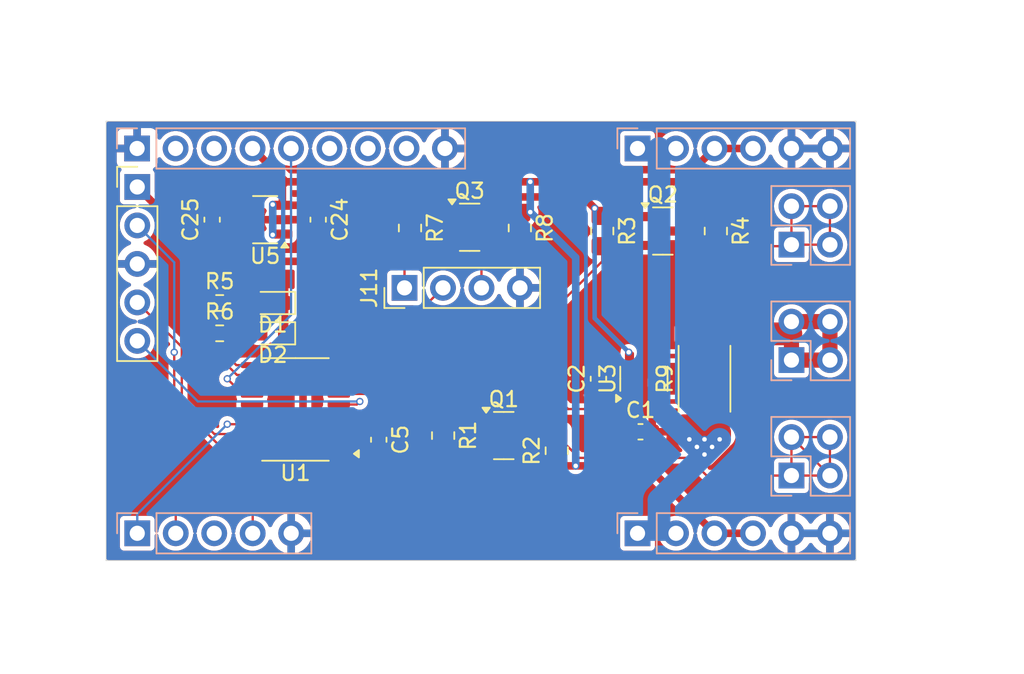
<source format=kicad_pcb>
(kicad_pcb (version 20240108) (generator "pcbnew") (generator_version "8.0")
  (title_block (title "xESC YardForce Rev.4 Adapter") (date "2024-06-02") (rev "1.0") (company "Clemens Elflein, openmower.de") (comment 1 "Creative Commons Attribution-NonCommercial-ShareAlike 4.0 International License.") (comment 2 "Licensed under"))
  (layers (0 "F.Cu" signal) (31 "B.Cu" signal) (34 "B.Paste" user) (35 "F.Paste" user) (36 "B.SilkS" user "B.Silkscreen") (37 "F.SilkS" user "F.Silkscreen") (38 "B.Mask" user) (39 "F.Mask" user) (44 "Edge.Cuts" user))
  (property "git_version" "WIP")
  (net 0 "")
  (net 1 "Net-(D2-A)")
  (net 2 "GND")
  (net 8 "/NRST")
  (net 9 "/SHUTDOWN")
  (net 10 "/UART_RX")
  (net 12 "+3V3")
  (net 13 "+5V")
  (net 19 "/SWDIO")
  (net 20 "/SWCLK")
  (net 21 "/UART_TX")
  (net 22 "/SA")
  (net 23 "/BRK")
  (net 24 "Net-(D1-A)")
  (net 25 "/SA_HV")
  (net 26 "/LED_GN")
  (net 27 "/LED_RD")
  (net 29 "/~{RS}")
  (net 30 "/VMC")
  (net 31 "/PROTO_GPIO")
  (net 32 "/PROTO_SIG_LV")
  (net 33 "/BRK_HV")
  (net 34 "VM")
  (net 35 "/CUR_SENSE")
  (net 36 "/PROTO_SIG_HV")
  (footprint "Connector_PinHeader_2.54mm:PinHeader_1x05_P2.54mm_Vertical" (layer "F.Cu") (at 231.06 108.24)
    (property "Reference" "J3" (hide yes))
    (property "Value" "Conn_01x05_Male")
    (fp_line (start -1.33 -1.33) (end 0 -1.33) (stroke (width 0.12)) (layer "F.SilkS"))
    (fp_line (start -1.33 0) (end -1.33 -1.33) (stroke (width 0.12)) (layer "F.SilkS"))
    (fp_line (start -1.33 1.27) (end -1.33 11.49) (stroke (width 0.12)) (layer "F.SilkS"))
    (fp_line (start -1.33 1.27) (end 1.33 1.27) (stroke (width 0.12)) (layer "F.SilkS"))
    (fp_line (start -1.33 11.49) (end 1.33 11.49) (stroke (width 0.12)) (layer "F.SilkS"))
    (fp_line (start 1.33 1.27) (end 1.33 11.49) (stroke (width 0.12)) (layer "F.SilkS"))
    (pad "1" thru_hole rect (at 0 0) (size 1.7 1.7) (drill 1) (layers "*.Cu" "*.Mask") (net 12 "+3V3"))
    (pad "2" thru_hole oval (at 0 2.54) (size 1.7 1.7) (drill 1) (layers "*.Cu" "*.Mask") (net 20 "/SWCLK"))
    (pad "3" thru_hole oval (at 0 5.08) (size 1.7 1.7) (drill 1) (layers "*.Cu" "*.Mask") (net 2 "GND"))
    (pad "4" thru_hole oval (at 0 7.62) (size 1.7 1.7) (drill 1) (layers "*.Cu" "*.Mask") (net 19 "/SWDIO"))
    (pad "5" thru_hole oval (at 0 10.16) (size 1.7 1.7) (drill 1) (layers "*.Cu" "*.Mask") (net 8 "/NRST"))
  )
  (footprint "Resistor_SMD:R_0805_2012Metric_Pad1.20x1.40mm_HandSolder" (layer "F.Cu") (at 258.75 125.65 90)
    (property "Reference" "R2" (at 0 -1.65 -90) (layer "F.SilkS"))
    (property "Value" "1k")
    (fp_line (start -0.227064 -0.735) (end 0.227064 -0.735) (stroke (width 0.12)) (layer "F.SilkS"))
    (fp_line (start -0.227064 0.735) (end 0.227064 0.735) (stroke (width 0.12)) (layer "F.SilkS"))
    (pad "1" smd roundrect (at -1 0 90) (size 1.2 1.4) (layers "F.Cu" "F.Paste" "F.Mask") (roundrect_rratio 0.208333) (net 13 "+5V"))
    (pad "2" smd roundrect (at 1 0 90) (size 1.2 1.4) (layers "F.Cu" "F.Paste" "F.Mask") (roundrect_rratio 0.208333) (net 25 "/SA_HV"))
  )
  (footprint "Resistor_SMD:R_0603_1608Metric" (layer "F.Cu") (at 236.5 117.9)
    (property "Reference" "R6" (at 0 -1.43 0) (layer "F.SilkS"))
    (property "Value" "1k")
    (fp_line (start -0.237258 -0.5225) (end 0.237258 -0.5225) (stroke (width 0.12)) (layer "F.SilkS"))
    (fp_line (start -0.237258 0.5225) (end 0.237258 0.5225) (stroke (width 0.12)) (layer "F.SilkS"))
    (pad "1" smd roundrect (at -0.825 0) (size 0.8 0.95) (layers "F.Cu" "F.Paste" "F.Mask") (net 27 "/LED_RD"))
    (pad "2" smd roundrect (at 0.825 0) (size 0.8 0.95) (layers "F.Cu" "F.Paste" "F.Mask") (net 1 "Net-(D2-A)"))
  )
  (footprint "Capacitor_SMD:C_0603_1608Metric" (layer "F.Cu") (at 247 124.925 -90)
    (property "Reference" "C5" (at 0 -1.43 90) (layer "F.SilkS"))
    (property "Value" ".1uF")
    (fp_line (start -0.14058 0.51) (end 0.14058 0.51) (stroke (width 0.12)) (layer "F.SilkS"))
    (fp_line (start -0.14058 -0.51) (end 0.14058 -0.51) (stroke (width 0.12)) (layer "F.SilkS"))
    (pad "1" smd roundrect (at -0.775 0 270) (size 0.9 0.95) (layers "F.Cu" "F.Paste" "F.Mask") (net 12 "+3V3"))
    (pad "2" smd roundrect (at 0.775 0 270) (size 0.9 0.95) (layers "F.Cu" "F.Paste" "F.Mask") (net 2 "GND"))
  )
  (footprint "Capacitor_SMD:C_0603_1608Metric" (layer "F.Cu") (at 261.5 120.9 90)
    (property "Reference" "C2" (at 0 -1.43 -90) (layer "F.SilkS"))
    (property "Value" ".1uF")
    (fp_line (start -0.14058 -0.51) (end 0.14058 -0.51) (stroke (width 0.12)) (layer "F.SilkS"))
    (fp_line (start -0.14058 0.51) (end 0.14058 0.51) (stroke (width 0.12)) (layer "F.SilkS"))
    (pad "1" smd roundrect (at -0.775 0 90) (size 0.9 0.95) (layers "F.Cu" "F.Paste" "F.Mask") (net 2 "GND"))
    (pad "2" smd roundrect (at 0.775 0 90) (size 0.9 0.95) (layers "F.Cu" "F.Paste" "F.Mask") (net 12 "+3V3"))
  )
  (footprint "Connector_PinHeader_2.54mm:PinHeader_1x04_P2.54mm_Vertical" (layer "F.Cu") (at 248.7 114.9 90)
    (property "Reference" "J11" (at 0 -2.33 270) (layer "F.SilkS"))
    (property "Value" "Conn_01x04_Pin")
    (fp_line (start -1.33 -1.33) (end 0 -1.33) (stroke (width 0.12)) (layer "F.SilkS"))
    (fp_line (start -1.33 0) (end -1.33 -1.33) (stroke (width 0.12)) (layer "F.SilkS"))
    (fp_line (start 1.33 1.27) (end 1.33 8.95) (stroke (width 0.12)) (layer "F.SilkS"))
    (fp_line (start -1.33 1.27) (end 1.33 1.27) (stroke (width 0.12)) (layer "F.SilkS"))
    (fp_line (start -1.33 1.27) (end -1.33 8.95) (stroke (width 0.12)) (layer "F.SilkS"))
    (fp_line (start -1.33 8.95) (end 1.33 8.95) (stroke (width 0.12)) (layer "F.SilkS"))
    (pad "1" thru_hole rect (at 0 0 90) (size 1.7 1.7) (drill 1) (layers "*.Cu" "*.Mask") (net 32 "/PROTO_SIG_LV"))
    (pad "2" thru_hole oval (at 0 2.54 90) (size 1.7 1.7) (drill 1) (layers "*.Cu" "*.Mask") (net 31 "/PROTO_GPIO"))
    (pad "3" thru_hole oval (at 0 5.08 90) (size 1.7 1.7) (drill 1) (layers "*.Cu" "*.Mask") (net 36 "/PROTO_SIG_HV"))
    (pad "4" thru_hole oval (at 0 7.62 90) (size 1.7 1.7) (drill 1) (layers "*.Cu" "*.Mask") (net 2 "GND"))
  )
  (footprint "Package_TO_SOT_SMD:SOT-23" (layer "F.Cu") (at 253 110.9)
    (property "Reference" "Q3" (at 0 -2.4 0) (layer "F.SilkS"))
    (property "Value" "BSS138")
    (fp_line (start 0 -1.56) (end -0.65 -1.56) (stroke (width 0.12)) (layer "F.SilkS"))
    (fp_line (start 0 -1.56) (end 0.65 -1.56) (stroke (width 0.12)) (layer "F.SilkS"))
    (fp_line (start 0 1.56) (end -0.65 1.56) (stroke (width 0.12)) (layer "F.SilkS"))
    (fp_line (start 0 1.56) (end 0.65 1.56) (stroke (width 0.12)) (layer "F.SilkS"))
    (fp_poly (pts (xy -1.1625 -1.51) (xy -1.4025 -1.84) (xy -0.9225 -1.84) (xy -1.1625 -1.51)) (stroke (width 0.12)) (fill solid) (layer "F.SilkS"))
    (pad "1" smd roundrect (at -0.9375 -0.95) (size 1.475 0.6) (layers "F.Cu" "F.Paste" "F.Mask") (net 12 "+3V3"))
    (pad "2" smd roundrect (at -0.9375 0.95) (size 1.475 0.6) (layers "F.Cu" "F.Paste" "F.Mask") (net 32 "/PROTO_SIG_LV"))
    (pad "3" smd roundrect (at 0.9375 0) (size 1.475 0.6) (layers "F.Cu" "F.Paste" "F.Mask") (net 36 "/PROTO_SIG_HV"))
  )
  (footprint "LED_SMD:LED_0603_1608Metric" (layer "F.Cu") (at 240 117.9 180)
    (property "Reference" "D2" (at 0 -1.43 180) (layer "F.SilkS"))
    (property "Value" "LED RED")
    (fp_line (start 0.8 -0.735) (end -1.485 -0.735) (stroke (width 0.12)) (layer "F.SilkS"))
    (fp_line (start -1.485 0.735) (end 0.8 0.735) (stroke (width 0.12)) (layer "F.SilkS"))
    (fp_line (start -1.485 -0.735) (end -1.485 0.735) (stroke (width 0.12)) (layer "F.SilkS"))
    (pad "1" smd roundrect (at -0.7875 0 180) (size 0.875 0.95) (layers "F.Cu" "F.Paste" "F.Mask") (net 2 "GND"))
    (pad "2" smd roundrect (at 0.7875 0 180) (size 0.875 0.95) (layers "F.Cu" "F.Paste" "F.Mask") (net 1 "Net-(D2-A)"))
  )
  (footprint "Capacitor_SMD:C_0603_1608Metric" (layer "F.Cu") (at 264.275 124.4)
    (property "Reference" "C1" (at 0 -1.43 0) (layer "F.SilkS"))
    (property "Value" ".1uF")
    (fp_line (start -0.14058 -0.51) (end 0.14058 -0.51) (stroke (width 0.12)) (layer "F.SilkS"))
    (fp_line (start -0.14058 0.51) (end 0.14058 0.51) (stroke (width 0.12)) (layer "F.SilkS"))
    (pad "1" smd roundrect (at -0.775 0) (size 0.9 0.95) (layers "F.Cu" "F.Paste" "F.Mask") (net 35 "/CUR_SENSE"))
    (pad "2" smd roundrect (at 0.775 0) (size 0.9 0.95) (layers "F.Cu" "F.Paste" "F.Mask") (net 2 "GND"))
  )
  (footprint "Resistor_SMD:R_0805_2012Metric_Pad1.20x1.40mm_HandSolder" (layer "F.Cu") (at 256.3125 110.95 -90)
    (property "Reference" "R8" (at 0 -1.65 90) (layer "F.SilkS"))
    (property "Value" "1k")
    (fp_line (start -0.227064 0.735) (end 0.227064 0.735) (stroke (width 0.12)) (layer "F.SilkS"))
    (fp_line (start -0.227064 -0.735) (end 0.227064 -0.735) (stroke (width 0.12)) (layer "F.SilkS"))
    (pad "1" smd roundrect (at -1 0 270) (size 1.2 1.4) (layers "F.Cu" "F.Paste" "F.Mask") (roundrect_rratio 0.208333) (net 13 "+5V"))
    (pad "2" smd roundrect (at 1 0 270) (size 1.2 1.4) (layers "F.Cu" "F.Paste" "F.Mask") (roundrect_rratio 0.208333) (net 36 "/PROTO_SIG_HV"))
  )
  (footprint "Resistor_SMD:R_0805_2012Metric_Pad1.20x1.40mm_HandSolder" (layer "F.Cu") (at 269.25 111.15 -90)
    (property "Reference" "R4" (at 0 -1.65 90) (layer "F.SilkS"))
    (property "Value" "1k")
    (fp_line (start -0.227064 0.735) (end 0.227064 0.735) (stroke (width 0.12)) (layer "F.SilkS"))
    (fp_line (start -0.227064 -0.735) (end 0.227064 -0.735) (stroke (width 0.12)) (layer "F.SilkS"))
    (pad "1" smd roundrect (at -1 0 270) (size 1.2 1.4) (layers "F.Cu" "F.Paste" "F.Mask") (roundrect_rratio 0.208333) (net 13 "+5V"))
    (pad "2" smd roundrect (at 1 0 270) (size 1.2 1.4) (layers "F.Cu" "F.Paste" "F.Mask") (roundrect_rratio 0.208333) (net 33 "/BRK_HV"))
  )
  (footprint "Resistor_SMD:R_0805_2012Metric_Pad1.20x1.40mm_HandSolder" (layer "F.Cu") (at 261.75 111.15 -90)
    (property "Reference" "R3" (at 0 -1.65 90) (layer "F.SilkS"))
    (property "Value" "1k")
    (fp_line (start -0.227064 0.735) (end 0.227064 0.735) (stroke (width 0.12)) (layer "F.SilkS"))
    (fp_line (start -0.227064 -0.735) (end 0.227064 -0.735) (stroke (width 0.12)) (layer "F.SilkS"))
    (pad "1" smd roundrect (at -1 0 270) (size 1.2 1.4) (layers "F.Cu" "F.Paste" "F.Mask") (roundrect_rratio 0.208333) (net 12 "+3V3"))
    (pad "2" smd roundrect (at 1 0 270) (size 1.2 1.4) (layers "F.Cu" "F.Paste" "F.Mask") (roundrect_rratio 0.208333) (net 23 "/BRK"))
  )
  (footprint "LED_SMD:LED_0603_1608Metric" (layer "F.Cu") (at 240 115.9 180)
    (property "Reference" "D1" (at 0 -1.43 180) (layer "F.SilkS"))
    (property "Value" "LED GREEN")
    (fp_line (start 0.8 -0.735) (end -1.485 -0.735) (stroke (width 0.12)) (layer "F.SilkS"))
    (fp_line (start -1.485 0.735) (end 0.8 0.735) (stroke (width 0.12)) (layer "F.SilkS"))
    (fp_line (start -1.485 -0.735) (end -1.485 0.735) (stroke (width 0.12)) (layer "F.SilkS"))
    (pad "1" smd roundrect (at -0.7875 0 180) (size 0.875 0.95) (layers "F.Cu" "F.Paste" "F.Mask") (net 2 "GND"))
    (pad "2" smd roundrect (at 0.7875 0 180) (size 0.875 0.95) (layers "F.Cu" "F.Paste" "F.Mask") (net 24 "Net-(D1-A)"))
  )
  (footprint "Resistor_SMD:R_0805_2012Metric_Pad1.20x1.40mm_HandSolder" (layer "F.Cu") (at 249.0625 110.95 -90)
    (property "Reference" "R7" (at 0 -1.65 90) (layer "F.SilkS"))
    (property "Value" "1k")
    (fp_line (start -0.227064 0.735) (end 0.227064 0.735) (stroke (width 0.12)) (layer "F.SilkS"))
    (fp_line (start -0.227064 -0.735) (end 0.227064 -0.735) (stroke (width 0.12)) (layer "F.SilkS"))
    (pad "1" smd roundrect (at -1 0 270) (size 1.2 1.4) (layers "F.Cu" "F.Paste" "F.Mask") (roundrect_rratio 0.208333) (net 12 "+3V3"))
    (pad "2" smd roundrect (at 1 0 270) (size 1.2 1.4) (layers "F.Cu" "F.Paste" "F.Mask") (roundrect_rratio 0.208333) (net 32 "/PROTO_SIG_LV"))
  )
  (footprint "Resistor_SMD:R_0603_1608Metric" (layer "F.Cu") (at 236.5 115.9)
    (property "Reference" "R5" (at 0 -1.43 0) (layer "F.SilkS"))
    (property "Value" "1k")
    (fp_line (start -0.237258 -0.5225) (end 0.237258 -0.5225) (stroke (width 0.12)) (layer "F.SilkS"))
    (fp_line (start -0.237258 0.5225) (end 0.237258 0.5225) (stroke (width 0.12)) (layer "F.SilkS"))
    (pad "1" smd roundrect (at -0.825 0) (size 0.8 0.95) (layers "F.Cu" "F.Paste" "F.Mask") (net 26 "/LED_GN"))
    (pad "2" smd roundrect (at 0.825 0) (size 0.8 0.95) (layers "F.Cu" "F.Paste" "F.Mask") (net 24 "Net-(D1-A)"))
  )
  (footprint "Resistor_SMD:R_0805_2012Metric_Pad1.20x1.40mm_HandSolder" (layer "F.Cu") (at 251.25 124.65 -90)
    (property "Reference" "R1" (at 0 -1.65 90) (layer "F.SilkS"))
    (property "Value" "1k")
    (fp_line (start -0.227064 0.735) (end 0.227064 0.735) (stroke (width 0.12)) (layer "F.SilkS"))
    (fp_line (start -0.227064 -0.735) (end 0.227064 -0.735) (stroke (width 0.12)) (layer "F.SilkS"))
    (pad "1" smd roundrect (at -1 0 270) (size 1.2 1.4) (layers "F.Cu" "F.Paste" "F.Mask") (roundrect_rratio 0.208333) (net 12 "+3V3"))
    (pad "2" smd roundrect (at 1 0 270) (size 1.2 1.4) (layers "F.Cu" "F.Paste" "F.Mask") (roundrect_rratio 0.208333) (net 22 "/SA"))
  )
  (footprint "Package_TO_SOT_SMD:SOT-23" (layer "F.Cu") (at 265.75 111.15)
    (property "Reference" "Q2" (at 0 -2.4 0) (layer "F.SilkS"))
    (property "Value" "BSS138")
    (fp_line (start 0 -1.56) (end -0.65 -1.56) (stroke (width 0.12)) (layer "F.SilkS"))
    (fp_line (start 0 -1.56) (end 0.65 -1.56) (stroke (width 0.12)) (layer "F.SilkS"))
    (fp_line (start 0 1.56) (end -0.65 1.56) (stroke (width 0.12)) (layer "F.SilkS"))
    (fp_line (start 0 1.56) (end 0.65 1.56) (stroke (width 0.12)) (layer "F.SilkS"))
    (fp_poly (pts (xy -1.1625 -1.51) (xy -1.4025 -1.84) (xy -0.9225 -1.84) (xy -1.1625 -1.51)) (stroke (width 0.12)) (fill solid) (layer "F.SilkS"))
    (pad "1" smd roundrect (at -0.9375 -0.95) (size 1.475 0.6) (layers "F.Cu" "F.Paste" "F.Mask") (net 12 "+3V3"))
    (pad "2" smd roundrect (at -0.9375 0.95) (size 1.475 0.6) (layers "F.Cu" "F.Paste" "F.Mask") (net 23 "/BRK"))
    (pad "3" smd roundrect (at 0.9375 0) (size 1.475 0.6) (layers "F.Cu" "F.Paste" "F.Mask") (net 33 "/BRK_HV"))
  )
  (footprint "Capacitor_SMD:C_0603_1608Metric" (layer "F.Cu") (at 243 110.4 -90)
    (property "Reference" "C24" (at 0 -1.43 90) (layer "F.SilkS"))
    (property "Value" "4.7uF/16V")
    (fp_line (start -0.14058 0.51) (end 0.14058 0.51) (stroke (width 0.12)) (layer "F.SilkS"))
    (fp_line (start -0.14058 -0.51) (end 0.14058 -0.51) (stroke (width 0.12)) (layer "F.SilkS"))
    (pad "1" smd roundrect (at -0.775 0 270) (size 0.9 0.95) (layers "F.Cu" "F.Paste" "F.Mask") (net 13 "+5V"))
    (pad "2" smd roundrect (at 0.775 0 270) (size 0.9 0.95) (layers "F.Cu" "F.Paste" "F.Mask") (net 2 "GND"))
  )
  (footprint "Capacitor_SMD:C_0603_1608Metric" (layer "F.Cu") (at 236 110.4 90)
    (property "Reference" "C25" (at 0 -1.43 -90) (layer "F.SilkS"))
    (property "Value" "4.7uF/16V")
    (fp_line (start -0.14058 -0.51) (end 0.14058 -0.51) (stroke (width 0.12)) (layer "F.SilkS"))
    (fp_line (start -0.14058 0.51) (end 0.14058 0.51) (stroke (width 0.12)) (layer "F.SilkS"))
    (pad "1" smd roundrect (at -0.775 0 90) (size 0.9 0.95) (layers "F.Cu" "F.Paste" "F.Mask") (net 12 "+3V3"))
    (pad "2" smd roundrect (at 0.775 0 90) (size 0.9 0.95) (layers "F.Cu" "F.Paste" "F.Mask") (net 2 "GND"))
  )
  (footprint "Package_TO_SOT_SMD:SOT-23" (layer "F.Cu") (at 255.25 124.65)
    (property "Reference" "Q1" (at 0 -2.4 0) (layer "F.SilkS"))
    (property "Value" "BSS138")
    (fp_line (start 0 -1.56) (end -0.65 -1.56) (stroke (width 0.12)) (layer "F.SilkS"))
    (fp_line (start 0 -1.56) (end 0.65 -1.56) (stroke (width 0.12)) (layer "F.SilkS"))
    (fp_line (start 0 1.56) (end -0.65 1.56) (stroke (width 0.12)) (layer "F.SilkS"))
    (fp_line (start 0 1.56) (end 0.65 1.56) (stroke (width 0.12)) (layer "F.SilkS"))
    (fp_poly (pts (xy -1.1625 -1.51) (xy -1.4025 -1.84) (xy -0.9225 -1.84) (xy -1.1625 -1.51)) (stroke (width 0.12)) (fill solid) (layer "F.SilkS"))
    (pad "1" smd roundrect (at -0.9375 -0.95) (size 1.475 0.6) (layers "F.Cu" "F.Paste" "F.Mask") (net 12 "+3V3"))
    (pad "2" smd roundrect (at -0.9375 0.95) (size 1.475 0.6) (layers "F.Cu" "F.Paste" "F.Mask") (net 22 "/SA"))
    (pad "3" smd roundrect (at 0.9375 0) (size 1.475 0.6) (layers "F.Cu" "F.Paste" "F.Mask") (net 25 "/SA_HV"))
  )
  (footprint "Resistor_SMD:R_2512_6332Metric" (layer "F.Cu") (at 268.5 120.9 90)
    (property "Reference" "R9" (at 0 -2.62 -90) (layer "F.SilkS"))
    (property "Value" "3mR")
    (fp_line (start -2.177064 -1.71) (end 2.177064 -1.71) (stroke (width 0.12)) (layer "F.SilkS"))
    (fp_line (start -2.177064 1.71) (end 2.177064 1.71) (stroke (width 0.12)) (layer "F.SilkS"))
    (pad "1" smd roundrect (at -2.9625 0 90) (size 1.225 3.35) (layers "F.Cu" "F.Paste" "F.Mask") (roundrect_rratio 0.204082) (net 34 "VM"))
    (pad "2" smd roundrect (at 2.9625 0 90) (size 1.225 3.35) (layers "F.Cu" "F.Paste" "F.Mask") (roundrect_rratio 0.204082) (net 30 "/VMC"))
  )
  (footprint "Package_SO:TSSOP-20_4.4x6.5mm_P0.65mm" (layer "F.Cu") (at 241.5 122.925 180)
    (property "Reference" "U1" (at 0 -4.2 180) (layer "F.SilkS"))
    (property "Value" "STM32C011F6Px")
    (fp_line (start 0 3.385) (end 2.2 3.385) (stroke (width 0.12)) (layer "F.SilkS"))
    (fp_line (start 0 3.385) (end -2.2 3.385) (stroke (width 0.12)) (layer "F.SilkS"))
    (fp_line (start 0 -3.385) (end 2.2 -3.385) (stroke (width 0.12)) (layer "F.SilkS"))
    (fp_line (start 0 -3.385) (end -2.2 -3.385) (stroke (width 0.12)) (layer "F.SilkS"))
    (fp_poly (pts (xy -3.86 -2.925) (xy -4.19 -3.165) (xy -4.19 -2.685) (xy -3.86 -2.925)) (stroke (width 0.12)) (fill solid) (layer "F.SilkS"))
    (pad "1" smd roundrect (at -2.8625 -2.925 180) (size 1.475 0.4) (layers "F.Cu" "F.Paste" "F.Mask") (net 10 "/UART_RX"))
    (pad "2" smd roundrect (at -2.8625 -2.275 180) (size 1.475 0.4) (layers "F.Cu" "F.Paste" "F.Mask"))
    (pad "3" smd roundrect (at -2.8625 -1.625 180) (size 1.475 0.4) (layers "F.Cu" "F.Paste" "F.Mask") (net 22 "/SA"))
    (pad "4" smd roundrect (at -2.8625 -0.975 180) (size 1.475 0.4) (layers "F.Cu" "F.Paste" "F.Mask") (net 12 "+3V3"))
    (pad "5" smd roundrect (at -2.8625 -0.325 180) (size 1.475 0.4) (layers "F.Cu" "F.Paste" "F.Mask") (net 2 "GND"))
    (pad "6" smd roundrect (at -2.8625 0.325 180) (size 1.475 0.4) (layers "F.Cu" "F.Paste" "F.Mask") (net 8 "/NRST"))
    (pad "7" smd roundrect (at -2.8625 0.975 180) (size 1.475 0.4) (layers "F.Cu" "F.Paste" "F.Mask") (net 35 "/CUR_SENSE"))
    (pad "8" smd roundrect (at -2.8625 1.625 180) (size 1.475 0.4) (layers "F.Cu" "F.Paste" "F.Mask"))
    (pad "9" smd roundrect (at -2.8625 2.275 180) (size 1.475 0.4) (layers "F.Cu" "F.Paste" "F.Mask") (net 23 "/BRK"))
    (pad "10" smd roundrect (at -2.8625 2.925 180) (size 1.475 0.4) (layers "F.Cu" "F.Paste" "F.Mask") (net 31 "/PROTO_GPIO"))
    (pad "11" smd roundrect (at 2.8625 2.925 180) (size 1.475 0.4) (layers "F.Cu" "F.Paste" "F.Mask") (net 26 "/LED_GN"))
    (pad "12" smd roundrect (at 2.8625 2.275 180) (size 1.475 0.4) (layers "F.Cu" "F.Paste" "F.Mask") (net 27 "/LED_RD"))
    (pad "13" smd roundrect (at 2.8625 1.625 180) (size 1.475 0.4) (layers "F.Cu" "F.Paste" "F.Mask") (net 29 "/~{RS}"))
    (pad "14" smd roundrect (at 2.8625 0.975 180) (size 1.475 0.4) (layers "F.Cu" "F.Paste" "F.Mask"))
    (pad "15" smd roundrect (at 2.8625 0.325 180) (size 1.475 0.4) (layers "F.Cu" "F.Paste" "F.Mask"))
    (pad "16" smd roundrect (at 2.8625 -0.325 180) (size 1.475 0.4) (layers "F.Cu" "F.Paste" "F.Mask"))
    (pad "17" smd roundrect (at 2.8625 -0.975 180) (size 1.475 0.4) (layers "F.Cu" "F.Paste" "F.Mask") (net 9 "/SHUTDOWN"))
    (pad "18" smd roundrect (at 2.8625 -1.625 180) (size 1.475 0.4) (layers "F.Cu" "F.Paste" "F.Mask") (net 19 "/SWDIO"))
    (pad "19" smd roundrect (at 2.8625 -2.275 180) (size 1.475 0.4) (layers "F.Cu" "F.Paste" "F.Mask") (net 20 "/SWCLK"))
    (pad "20" smd roundrect (at 2.8625 -2.925 180) (size 1.475 0.4) (layers "F.Cu" "F.Paste" "F.Mask") (net 21 "/UART_TX"))
  )
  (footprint "Package_TO_SOT_SMD:SOT-23-5" (layer "F.Cu") (at 239.5 110.4 180)
    (property "Reference" "U5" (at 0 -2.4 180) (layer "F.SilkS"))
    (property "Value" "XC6220B331MR")
    (fp_line (start 0 1.56) (end 0.8 1.56) (stroke (width 0.12)) (layer "F.SilkS"))
    (fp_line (start 0 1.56) (end -0.8 1.56) (stroke (width 0.12)) (layer "F.SilkS"))
    (fp_line (start 0 -1.56) (end 0.8 -1.56) (stroke (width 0.12)) (layer "F.SilkS"))
    (fp_line (start 0 -1.56) (end -0.8 -1.56) (stroke (width 0.12)) (layer "F.SilkS"))
    (fp_poly (pts (xy -1.3 -1.51) (xy -1.54 -1.84) (xy -1.06 -1.84) (xy -1.3 -1.51)) (stroke (width 0.12)) (fill solid) (layer "F.SilkS"))
    (pad "1" smd roundrect (at -1.1375 -0.95 180) (size 1.325 0.6) (layers "F.Cu" "F.Paste" "F.Mask") (net 13 "+5V"))
    (pad "2" smd roundrect (at -1.1375 0 180) (size 1.325 0.6) (layers "F.Cu" "F.Paste" "F.Mask") (net 2 "GND"))
    (pad "3" smd roundrect (at -1.1375 0.95 180) (size 1.325 0.6) (layers "F.Cu" "F.Paste" "F.Mask") (net 13 "+5V"))
    (pad "4" smd roundrect (at 1.1375 0.95 180) (size 1.325 0.6) (layers "F.Cu" "F.Paste" "F.Mask"))
    (pad "5" smd roundrect (at 1.1375 -0.95 180) (size 1.325 0.6) (layers "F.Cu" "F.Paste" "F.Mask") (net 12 "+3V3"))
  )
  (footprint "Package_TO_SOT_SMD:SOT-23-5" (layer "F.Cu") (at 264.5 120.9 90)
    (property "Reference" "U3" (at 0 -2.4 -90) (layer "F.SilkS"))
    (property "Value" "INA180A4")
    (fp_line (start 0 -1.56) (end 0.8 -1.56) (stroke (width 0.12)) (layer "F.SilkS"))
    (fp_line (start 0 -1.56) (end -0.8 -1.56) (stroke (width 0.12)) (layer "F.SilkS"))
    (fp_line (start 0 1.56) (end 0.8 1.56) (stroke (width 0.12)) (layer "F.SilkS"))
    (fp_line (start 0 1.56) (end -0.8 1.56) (stroke (width 0.12)) (layer "F.SilkS"))
    (fp_poly (pts (xy -1.3 -1.51) (xy -1.54 -1.84) (xy -1.06 -1.84) (xy -1.3 -1.51)) (stroke (width 0.12)) (fill solid) (layer "F.SilkS"))
    (pad "1" smd roundrect (at -1.1375 -0.95 90) (size 1.325 0.6) (layers "F.Cu" "F.Paste" "F.Mask") (net 35 "/CUR_SENSE"))
    (pad "2" smd roundrect (at -1.1375 0 90) (size 1.325 0.6) (layers "F.Cu" "F.Paste" "F.Mask") (net 2 "GND"))
    (pad "3" smd roundrect (at -1.1375 0.95 90) (size 1.325 0.6) (layers "F.Cu" "F.Paste" "F.Mask") (net 34 "VM"))
    (pad "4" smd roundrect (at 1.1375 0.95 90) (size 1.325 0.6) (layers "F.Cu" "F.Paste" "F.Mask") (net 30 "/VMC"))
    (pad "5" smd roundrect (at 1.1375 -0.95 90) (size 1.325 0.6) (layers "F.Cu" "F.Paste" "F.Mask") (net 12 "+3V3"))
  )
  (footprint "Connector_PinHeader_2.54mm:PinHeader_1x05_P2.54mm_Vertical" (layer "B.Cu") (at 231.06 131.1 -90)
    (property "Reference" "J4" (hide yes))
    (property "Value" "Conn_01x05_Male")
    (fp_line (start -1.33 1.33) (end -1.33 0) (stroke (width 0.12)) (layer "B.SilkS"))
    (fp_line (start 0 1.33) (end -1.33 1.33) (stroke (width 0.12)) (layer "B.SilkS"))
    (fp_line (start 1.33 -1.27) (end -1.33 -1.27) (stroke (width 0.12)) (layer "B.SilkS"))
    (fp_line (start -1.33 -11.49) (end -1.33 -1.27) (stroke (width 0.12)) (layer "B.SilkS"))
    (fp_line (start 1.33 -11.49) (end 1.33 -1.27) (stroke (width 0.12)) (layer "B.SilkS"))
    (fp_line (start 1.33 -11.49) (end -1.33 -11.49) (stroke (width 0.12)) (layer "B.SilkS"))
    (pad "1" thru_hole rect (at 0 0 270) (size 1.7 1.7) (drill 1) (layers "*.Cu" "*.Mask") (net 9 "/SHUTDOWN"))
    (pad "2" thru_hole oval (at 0 -2.54 270) (size 1.7 1.7) (drill 1) (layers "*.Cu" "*.Mask") (net 21 "/UART_TX"))
    (pad "3" thru_hole oval (at 0 -5.08 270) (size 1.7 1.7) (drill 1) (layers "*.Cu" "*.Mask"))
    (pad "4" thru_hole oval (at 0 -7.62 270) (size 1.7 1.7) (drill 1) (layers "*.Cu" "*.Mask") (net 10 "/UART_RX"))
    (pad "5" thru_hole oval (at 0 -10.16 270) (size 1.7 1.7) (drill 1) (layers "*.Cu" "*.Mask") (net 2 "GND"))
  )
  (footprint "Connector_PinHeader_2.54mm:PinHeader_1x06_P2.54mm_Vertical" (layer "B.Cu") (at 264.08 105.7 -90)
    (property "Reference" "J7" (hide yes))
    (property "Value" "Conn_01x06_Male")
    (fp_line (start -1.33 1.33) (end -1.33 0) (stroke (width 0.12)) (layer "B.SilkS"))
    (fp_line (start 0 1.33) (end -1.33 1.33) (stroke (width 0.12)) (layer "B.SilkS"))
    (fp_line (start 1.33 -1.27) (end -1.33 -1.27) (stroke (width 0.12)) (layer "B.SilkS"))
    (fp_line (start -1.33 -14.03) (end -1.33 -1.27) (stroke (width 0.12)) (layer "B.SilkS"))
    (fp_line (start 1.33 -14.03) (end 1.33 -1.27) (stroke (width 0.12)) (layer "B.SilkS"))
    (fp_line (start 1.33 -14.03) (end -1.33 -14.03) (stroke (width 0.12)) (layer "B.SilkS"))
    (pad "1" thru_hole rect (at 0 0 270) (size 1.7 1.7) (drill 1) (layers "*.Cu" "*.Mask") (net 34 "VM"))
    (pad "2" thru_hole oval (at 0 -2.54 270) (size 1.7 1.7) (drill 1) (layers "*.Cu" "*.Mask") (net 34 "VM"))
    (pad "3" thru_hole oval (at 0 -5.08 270) (size 1.7 1.7) (drill 1) (layers "*.Cu" "*.Mask") (net 13 "+5V"))
    (pad "4" thru_hole oval (at 0 -7.62 270) (size 1.7 1.7) (drill 1) (layers "*.Cu" "*.Mask") (net 13 "+5V"))
    (pad "5" thru_hole oval (at 0 -10.16 270) (size 1.7 1.7) (drill 1) (layers "*.Cu" "*.Mask") (net 2 "GND"))
    (pad "6" thru_hole oval (at 0 -12.7 270) (size 1.7 1.7) (drill 1) (layers "*.Cu" "*.Mask") (net 2 "GND"))
  )
  (footprint "Connector_PinHeader_2.54mm:PinHeader_1x06_P2.54mm_Vertical" (layer "B.Cu") (at 264.08 131.1 -90)
    (property "Reference" "J8" (hide yes))
    (property "Value" "Conn_01x06_Pin")
    (fp_line (start -1.33 1.33) (end -1.33 0) (stroke (width 0.12)) (layer "B.SilkS"))
    (fp_line (start 0 1.33) (end -1.33 1.33) (stroke (width 0.12)) (layer "B.SilkS"))
    (fp_line (start 1.33 -1.27) (end -1.33 -1.27) (stroke (width 0.12)) (layer "B.SilkS"))
    (fp_line (start -1.33 -14.03) (end -1.33 -1.27) (stroke (width 0.12)) (layer "B.SilkS"))
    (fp_line (start 1.33 -14.03) (end 1.33 -1.27) (stroke (width 0.12)) (layer "B.SilkS"))
    (fp_line (start 1.33 -14.03) (end -1.33 -14.03) (stroke (width 0.12)) (layer "B.SilkS"))
    (pad "1" thru_hole rect (at 0 0 270) (size 1.7 1.7) (drill 1) (layers "*.Cu" "*.Mask") (net 34 "VM"))
    (pad "2" thru_hole oval (at 0 -2.54 270) (size 1.7 1.7) (drill 1) (layers "*.Cu" "*.Mask") (net 34 "VM"))
    (pad "3" thru_hole oval (at 0 -5.08 270) (size 1.7 1.7) (drill 1) (layers "*.Cu" "*.Mask") (net 13 "+5V"))
    (pad "4" thru_hole oval (at 0 -7.62 270) (size 1.7 1.7) (drill 1) (layers "*.Cu" "*.Mask") (net 13 "+5V"))
    (pad "5" thru_hole oval (at 0 -10.16 270) (size 1.7 1.7) (drill 1) (layers "*.Cu" "*.Mask") (net 2 "GND"))
    (pad "6" thru_hole oval (at 0 -12.7 270) (size 1.7 1.7) (drill 1) (layers "*.Cu" "*.Mask") (net 2 "GND"))
  )
  (footprint "Connector_PinHeader_2.54mm:PinHeader_2x02_P2.54mm_Vertical" (layer "B.Cu") (at 274.24 112.05)
    (property "Reference" "J10" (hide yes))
    (property "Value" "OM-MB W => MC BRK")
    (fp_line (start -1.33 -3.87) (end -1.33 -1.27) (stroke (width 0.12)) (layer "B.SilkS"))
    (fp_line (start -1.33 1.33) (end -1.33 0) (stroke (width 0.12)) (layer "B.SilkS"))
    (fp_line (start 0 1.33) (end -1.33 1.33) (stroke (width 0.12)) (layer "B.SilkS"))
    (fp_line (start 1.27 -1.27) (end -1.33 -1.27) (stroke (width 0.12)) (layer "B.SilkS"))
    (fp_line (start 1.27 1.33) (end 1.27 -1.27) (stroke (width 0.12)) (layer "B.SilkS"))
    (fp_line (start 3.87 -3.87) (end -1.33 -3.87) (stroke (width 0.12)) (layer "B.SilkS"))
    (fp_line (start 3.87 -3.87) (end 3.87 1.33) (stroke (width 0.12)) (layer "B.SilkS"))
    (fp_line (start 3.87 1.33) (end 1.27 1.33) (stroke (width 0.12)) (layer "B.SilkS"))
    (pad "1" thru_hole rect (at 0 0) (size 1.7 1.7) (drill 1) (layers "*.Cu" "*.Mask") (net 33 "/BRK_HV"))
    (pad "2" thru_hole oval (at 2.54 0) (size 1.7 1.7) (drill 1) (layers "*.Cu" "*.Mask") (net 33 "/BRK_HV"))
    (pad "3" thru_hole oval (at 0 -2.54) (size 1.7 1.7) (drill 1) (layers "*.Cu" "*.Mask") (net 33 "/BRK_HV"))
    (pad "4" thru_hole oval (at 2.54 -2.54) (size 1.7 1.7) (drill 1) (layers "*.Cu" "*.Mask") (net 33 "/BRK_HV"))
  )
  (footprint "Connector_PinHeader_2.54mm:PinHeader_2x02_P2.54mm_Vertical" (layer "B.Cu") (at 274.24 119.67)
    (property "Reference" "J9" (hide yes))
    (property "Value" "OM-MB V => MC +24V")
    (fp_line (start -1.33 -3.87) (end -1.33 -1.27) (stroke (width 0.12)) (layer "B.SilkS"))
    (fp_line (start -1.33 1.33) (end -1.33 0) (stroke (width 0.12)) (layer "B.SilkS"))
    (fp_line (start 0 1.33) (end -1.33 1.33) (stroke (width 0.12)) (layer "B.SilkS"))
    (fp_line (start 1.27 -1.27) (end -1.33 -1.27) (stroke (width 0.12)) (layer "B.SilkS"))
    (fp_line (start 1.27 1.33) (end 1.27 -1.27) (stroke (width 0.12)) (layer "B.SilkS"))
    (fp_line (start 3.87 -3.87) (end -1.33 -3.87) (stroke (width 0.12)) (layer "B.SilkS"))
    (fp_line (start 3.87 -3.87) (end 3.87 1.33) (stroke (width 0.12)) (layer "B.SilkS"))
    (fp_line (start 3.87 1.33) (end 1.27 1.33) (stroke (width 0.12)) (layer "B.SilkS"))
    (pad "1" thru_hole rect (at 0 0) (size 1.7 1.7) (drill 1) (layers "*.Cu" "*.Mask") (net 30 "/VMC"))
    (pad "2" thru_hole oval (at 2.54 0) (size 1.7 1.7) (drill 1) (layers "*.Cu" "*.Mask") (net 30 "/VMC"))
    (pad "3" thru_hole oval (at 0 -2.54) (size 1.7 1.7) (drill 1) (layers "*.Cu" "*.Mask") (net 30 "/VMC"))
    (pad "4" thru_hole oval (at 2.54 -2.54) (size 1.7 1.7) (drill 1) (layers "*.Cu" "*.Mask") (net 30 "/VMC"))
  )
  (footprint "Connector_PinHeader_2.54mm:PinHeader_2x02_P2.54mm_Vertical" (layer "B.Cu") (at 274.24 127.29)
    (property "Reference" "J6" (hide yes))
    (property "Value" "OM-MB U => MC SA")
    (fp_line (start -1.33 -3.87) (end -1.33 -1.27) (stroke (width 0.12)) (layer "B.SilkS"))
    (fp_line (start -1.33 1.33) (end -1.33 0) (stroke (width 0.12)) (layer "B.SilkS"))
    (fp_line (start 0 1.33) (end -1.33 1.33) (stroke (width 0.12)) (layer "B.SilkS"))
    (fp_line (start 1.27 -1.27) (end -1.33 -1.27) (stroke (width 0.12)) (layer "B.SilkS"))
    (fp_line (start 1.27 1.33) (end 1.27 -1.27) (stroke (width 0.12)) (layer "B.SilkS"))
    (fp_line (start 3.87 -3.87) (end -1.33 -3.87) (stroke (width 0.12)) (layer "B.SilkS"))
    (fp_line (start 3.87 -3.87) (end 3.87 1.33) (stroke (width 0.12)) (layer "B.SilkS"))
    (fp_line (start 3.87 1.33) (end 1.27 1.33) (stroke (width 0.12)) (layer "B.SilkS"))
    (pad "1" thru_hole rect (at 0 0) (size 1.7 1.7) (drill 1) (layers "*.Cu" "*.Mask") (net 25 "/SA_HV"))
    (pad "2" thru_hole oval (at 2.54 0) (size 1.7 1.7) (drill 1) (layers "*.Cu" "*.Mask") (net 25 "/SA_HV"))
    (pad "3" thru_hole oval (at 0 -2.54) (size 1.7 1.7) (drill 1) (layers "*.Cu" "*.Mask") (net 25 "/SA_HV"))
    (pad "4" thru_hole oval (at 2.54 -2.54) (size 1.7 1.7) (drill 1) (layers "*.Cu" "*.Mask") (net 25 "/SA_HV"))
  )
  (footprint "Connector_PinHeader_2.54mm:PinHeader_1x09_P2.54mm_Vertical" (layer "B.Cu") (at 231.05 105.7 -90)
    (property "Reference" "J1" (hide yes))
    (property "Value" "Conn_01x09_Male" (hide yes))
    (fp_line (start -1.33 1.33) (end -1.33 0) (stroke (width 0.12)) (layer "B.SilkS"))
    (fp_line (start 0 1.33) (end -1.33 1.33) (stroke (width 0.12)) (layer "B.SilkS"))
    (fp_line (start 1.33 -1.27) (end -1.33 -1.27) (stroke (width 0.12)) (layer "B.SilkS"))
    (fp_line (start -1.33 -21.65) (end -1.33 -1.27) (stroke (width 0.12)) (layer "B.SilkS"))
    (fp_line (start 1.33 -21.65) (end 1.33 -1.27) (stroke (width 0.12)) (layer "B.SilkS"))
    (fp_line (start 1.33 -21.65) (end -1.33 -21.65) (stroke (width 0.12)) (layer "B.SilkS"))
    (pad "1" thru_hole rect (at 0 0 270) (size 1.7 1.7) (drill 1) (layers "*.Cu" "*.Mask") (net 2 "GND"))
    (pad "2" thru_hole oval (at 0 -2.54 270) (size 1.7 1.7) (drill 1) (layers "*.Cu" "*.Mask"))
    (pad "3" thru_hole oval (at 0 -5.08 270) (size 1.7 1.7) (drill 1) (layers "*.Cu" "*.Mask"))
    (pad "4" thru_hole oval (at 0 -7.62 270) (size 1.7 1.7) (drill 1) (layers "*.Cu" "*.Mask") (net 13 "+5V"))
    (pad "5" thru_hole oval (at 0 -10.16 270) (size 1.7 1.7) (drill 1) (layers "*.Cu" "*.Mask") (net 29 "/~{RS}"))
    (pad "6" thru_hole oval (at 0 -12.7 270) (size 1.7 1.7) (drill 1) (layers "*.Cu" "*.Mask"))
    (pad "7" thru_hole oval (at 0 -15.24 270) (size 1.7 1.7) (drill 1) (layers "*.Cu" "*.Mask"))
    (pad "8" thru_hole oval (at 0 -17.78 270) (size 1.7 1.7) (drill 1) (layers "*.Cu" "*.Mask"))
    (pad "9" thru_hole oval (at 0 -20.32 270) (size 1.7 1.7) (drill 1) (layers "*.Cu" "*.Mask") (net 2 "GND"))
  )
  (gr_line (start 229 103.9) (end 278.5 103.9) (stroke (width 0.05)) (layer "Edge.Cuts"))
  (gr_line (start 278.5 103.9) (end 278.5 132.9) (stroke (width 0.05)) (layer "Edge.Cuts"))
  (gr_line (start 229 132.9) (end 229 103.9) (stroke (width 0.05)) (layer "Edge.Cuts"))
  (gr_line (start 278.5 132.9) (end 229 132.9) (stroke (width 0.05)) (layer "Edge.Cuts"))
  (segment (start 239.2125 117.9) (end 237.325 117.9) (width 0.1525) (layer "F.Cu") (net 1))
  (segment (start 245.75 122.4) (end 245.55 122.6) (width 0.1525) (layer "F.Cu") (net 8))
  (segment (start 245.55 122.6) (end 244.3625 122.6) (width 0.1525) (layer "F.Cu") (net 8))
  (via (at 245.75 122.4) (size 0.48) (drill 0.3) (layers "F.Cu" "B.Cu") (net 8))
  (segment (start 235.06 122.4) (end 231.06 118.4) (width 0.1525) (layer "B.Cu") (net 8))
  (segment (start 245.75 122.4) (end 235.06 122.4) (width 0.1525) (layer "B.Cu") (net 8))
  (segment (start 237 123.9) (end 238.6375 123.9) (width 0.1525) (layer "F.Cu") (net 9))
  (via (at 237 123.9) (size 0.48) (drill 0.3) (layers "F.Cu" "B.Cu") (net 9))
  (segment (start 237 123.9) (end 231.06 129.84) (width 0.1525) (layer "B.Cu") (net 9))
  (segment (start 231.06 129.84) (end 231.06 131.1) (width 0.1525) (layer "B.Cu") (net 9))
  (segment (start 242.55 125.85) (end 244.3625 125.85) (width 0.1525) (layer "F.Cu") (net 10))
  (segment (start 238.68 131.1) (end 238.68 129.72) (width 0.1525) (layer "F.Cu") (net 10))
  (segment (start 238.68 129.72) (end 242.55 125.85) (width 0.1525) (layer "F.Cu") (net 10))
  (segment (start 244.3625 123.9) (end 242.5 123.9) (width 0.5) (layer "F.Cu") (net 12))
  (segment (start 247.5 123.65) (end 247 124.15) (width 0.5) (layer "F.Cu") (net 12))
  (segment (start 244.8 113.15) (end 248 109.95) (width 0.5) (layer "F.Cu") (net 12))
  (segment (start 238.3625 111.35) (end 240.1625 113.15) (width 0.5) (layer "F.Cu") (net 12))
  (segment (start 263.55 119.7625) (end 263.1875 120.125) (width 0.3) (layer "F.Cu") (net 12))
  (segment (start 261.75 110.15) (end 264.7625 110.15) (width 0.5) (layer "F.Cu") (net 12))
  (segment (start 242 123.4) (end 242 113.15) (width 0.5) (layer "F.Cu") (net 12))
  (segment (start 240.1625 113.15) (end 242 113.15) (width 0.5) (layer "F.Cu") (net 12))
  (segment (start 246.75 123.9) (end 247 124.15) (width 0.5) (layer "F.Cu") (net 12))
  (segment (start 260.5 108.9) (end 261.25 109.65) (width 0.5) (layer "F.Cu") (net 12))
  (segment (start 249.0625 109.95) (end 252.0625 109.95) (width 0.5) (layer "F.Cu") (net 12))
  (segment (start 244.3625 123.9) (end 246.75 123.9) (width 0.5) (layer "F.Cu") (net 12))
  (segment (start 252.0625 109.95) (end 253.1125 108.9) (width 0.5) (layer "F.Cu") (net 12))
  (segment (start 251.25 123.65) (end 254.2625 123.65) (width 0.5) (layer "F.Cu") (net 12))
  (segment (start 263.1875 120.125) (end 261.5 120.125) (width 0.3) (layer "F.Cu") (net 12))
  (segment (start 253.1125 108.9) (end 260.5 108.9) (width 0.5) (layer "F.Cu") (net 12))
  (segment (start 242.5 123.9) (end 242 123.4) (width 0.5) (layer "F.Cu") (net 12))
  (segment (start 242 113.15) (end 244.8 113.15) (width 0.5) (layer "F.Cu") (net 12))
  (segment (start 236 111.175) (end 233.995 111.175) (width 0.5) (layer "F.Cu") (net 12))
  (segment (start 251.25 123.65) (end 247.5 123.65) (width 0.5) (layer "F.Cu") (net 12))
  (segment (start 248 109.95) (end 249.0625 109.95) (width 0.5) (layer "F.Cu") (net 12))
  (segment (start 233.995 111.175) (end 231.06 108.24) (width 0.5) (layer "F.Cu") (net 12))
  (segment (start 261.25 109.65) (end 261.75 110.15) (width 0.5) (layer "F.Cu") (net 12))
  (segment (start 236.175 111.35) (end 238.3625 111.35) (width 0.5) (layer "F.Cu") (net 12))
  (via (at 263.5 119.15) (size 0.48) (drill 0.3) (layers "F.Cu" "B.Cu") (net 12))
  (via (at 261.25 109.65) (size 0.48) (drill 0.3) (layers "F.Cu" "B.Cu") (net 12))
  (segment (start 261.25 109.65) (end 261.25 116.9) (width 0.3) (layer "B.Cu") (net 12))
  (segment (start 261.25 116.9) (end 263.5 119.15) (width 0.3) (layer "B.Cu") (net 12))
  (segment (start 240 107.15) (end 240.12 107.15) (width 0.5) (layer "F.Cu") (net 13))
  (segment (start 266.96 107.9) (end 257 107.9) (width 0.5) (layer "F.Cu") (net 13))
  (segment (start 269.16 105.7) (end 271.7 105.7) (width 0.5) (layer "F.Cu") (net 13))
  (segment (start 266.96 107.9) (end 269.21 110.15) (width 0.5) (layer "F.Cu") (net 13))
  (segment (start 264.71 126.65) (end 269.16 131.1) (width 0.5) (layer "F.Cu") (net 13))
  (segment (start 240.6375 109.45) (end 240.6375 108.1325) (width 0.5) (layer "F.Cu") (net 13))
  (segment (start 240.12 107.15) (end 240.87 107.9) (width 0.5) (layer "F.Cu") (net 13))
  (segment (start 269.16 131.1) (end 271.7 131.1) (width 0.5) (layer "F.Cu") (net 13))
  (segment (start 240.6375 109.45) (end 242.825 109.45) (width 0.5) (layer "F.Cu") (net 13))
  (segment (start 240 107.15) (end 240 107.03) (width 0.5) (layer "F.Cu") (net 13))
  (segment (start 257 107.9) (end 240.87 107.9) (width 0.5) (layer "F.Cu") (net 13))
  (segment (start 260 126.65) (end 264.71 126.65) (width 0.5) (layer "F.Cu") (net 13))
  (segment (start 240 107.03) (end 238.67 105.7) (width 0.5) (layer "F.Cu") (net 13))
  (segment (start 266.96 107.9) (end 269.16 105.7) (width 0.5) (layer "F.Cu") (net 13))
  (segment (start 240.6375 108.1325) (end 240.87 107.9) (width 0.5) (layer "F.Cu") (net 13))
  (segment (start 258.75 126.65) (end 260 126.65) (width 0.5) (layer "F.Cu") (net 13))
  (via (at 257 109.9) (size 0.48) (drill 0.3) (layers "F.Cu" "B.Cu") (net 13))
  (via (at 240 111.4) (size 0.48) (drill 0.3) (layers "F.Cu" "B.Cu") (net 13))
  (via (at 240 109.4) (size 0.48) (drill 0.3) (layers "F.Cu" "B.Cu") (net 13))
  (via (at 257 107.9) (size 0.48) (drill 0.3) (layers "F.Cu" "B.Cu") (net 13))
  (via (at 260 126.65) (size 0.48) (drill 0.3) (layers "F.Cu" "B.Cu") (net 13))
  (segment (start 257 109.9) (end 260 112.9) (width 0.5) (layer "B.Cu") (net 13))
  (segment (start 240 111.4) (end 240 109.4) (width 0.5) (layer "B.Cu") (net 13))
  (segment (start 260 112.9) (end 260 126.65) (width 0.5) (layer "B.Cu") (net 13))
  (segment (start 257 107.9) (end 257 109.9) (width 0.5) (layer "B.Cu") (net 13))
  (segment (start 234 122.4) (end 236.15 124.55) (width 0.1525) (layer "F.Cu") (net 19))
  (segment (start 231.06 115.86) (end 234 118.8) (width 0.1525) (layer "F.Cu") (net 19))
  (segment (start 234 118.8) (end 234 122.4) (width 0.1525) (layer "F.Cu") (net 19))
  (segment (start 236.15 124.55) (end 238.6375 124.55) (width 0.1525) (layer "F.Cu") (net 19))
  (segment (start 233.5 122.331336) (end 233.5 119.15) (width 0.1525) (layer "F.Cu") (net 20))
  (segment (start 236.368664 125.2) (end 233.5 122.331336) (width 0.1525) (layer "F.Cu") (net 20))
  (segment (start 238.6375 125.2) (end 236.368664 125.2) (width 0.1525) (layer "F.Cu") (net 20))
  (via (at 233.5 119.15) (size 0.48) (drill 0.3) (layers "F.Cu" "B.Cu") (net 20))
  (segment (start 233.5 119.15) (end 233.5 113.22) (width 0.1525) (layer "B.Cu") (net 20))
  (segment (start 233.5 113.22) (end 231.06 110.78) (width 0.1525) (layer "B.Cu") (net 20))
  (segment (start 237.55 125.85) (end 238.6375 125.85) (width 0.1525) (layer "F.Cu") (net 21))
  (segment (start 233.6 129.8) (end 237.55 125.85) (width 0.1525) (layer "F.Cu") (net 21))
  (segment (start 233.6 131.1) (end 233.6 129.8) (width 0.1525) (layer "F.Cu") (net 21))
  (segment (start 244.3625 124.55) (end 246.20989 124.55) (width 0.1525) (layer "F.Cu") (net 22))
  (segment (start 250.5 124.9) (end 251.25 125.65) (width 0.1525) (layer "F.Cu") (net 22))
  (segment (start 246.55989 124.9) (end 250.5 124.9) (width 0.1525) (layer "F.Cu") (net 22))
  (segment (start 246.20989 124.55) (end 246.55989 124.9) (width 0.1525) (layer "F.Cu") (net 22))
  (segment (start 251.8 125.6) (end 254.3125 125.6) (width 0.1525) (layer "F.Cu") (net 22))
  (segment (start 264.8125 112.1) (end 261.8 112.1) (width 0.1525) (layer "F.Cu") (net 23))
  (segment (start 261.75 113.15) (end 261.75 112.15) (width 0.1525) (layer "F.Cu") (net 23))
  (segment (start 254.25 120.65) (end 261.75 113.15) (width 0.1525) (layer "F.Cu") (net 23))
  (segment (start 244.3625 120.65) (end 254.25 120.65) (width 0.1525) (layer "F.Cu") (net 23))
  (segment (start 239.2125 115.9) (end 237.325 115.9) (width 0.1525) (layer "F.Cu") (net 24))
  (segment (start 274.24 124.75) (end 276.78 127.29) (width 0.1525) (layer "F.Cu") (net 25))
  (segment (start 267.47375 126.12375) (end 268.64 127.29) (width 0.1525) (layer "F.Cu") (net 25))
  (segment (start 268.64 127.29) (end 274.24 127.29) (width 0.1525) (layer "F.Cu") (net 25))
  (segment (start 276.78 124.75) (end 276.78 127.29) (width 0.1525) (layer "F.Cu") (net 25))
  (segment (start 274.24 127.29) (end 274.24 124.75) (width 0.1525) (layer "F.Cu") (net 25))
  (segment (start 256.1875 124.65) (end 258.75 124.65) (width 0.1525) (layer "F.Cu") (net 25))
  (segment (start 258.75 124.65) (end 260.22375 126.12375) (width 0.1525) (layer "F.Cu") (net 25))
  (segment (start 260.22375 126.12375) (end 267.47375 126.12375) (width 0.1525) (layer "F.Cu") (net 25))
  (segment (start 276.78 127.29) (end 274.24 127.29) (width 0.1525) (layer "F.Cu") (net 25))
  (segment (start 274.24 124.75) (end 276.78 124.75) (width 0.1525) (layer "F.Cu") (net 25))
  (segment (start 237.6 120) (end 238.6375 120) (width 0.1525) (layer "F.Cu") (net 26))
  (segment (start 235.675 115.9) (end 236.5 116.725) (width 0.1525) (layer "F.Cu") (net 26))
  (segment (start 236.5 118.9) (end 237.6 120) (width 0.1525) (layer "F.Cu") (net 26))
  (segment (start 236.5 116.725) (end 236.5 118.9) (width 0.1525) (layer "F.Cu") (net 26))
  (segment (start 235.675 117.9) (end 235.675 118.685194) (width 0.1525) (layer "F.Cu") (net 27))
  (segment (start 235.675 118.685194) (end 237.639806 120.65) (width 0.1525) (layer "F.Cu") (net 27))
  (segment (start 237.639806 120.65) (end 238.6375 120.65) (width 0.1525) (layer "F.Cu") (net 27))
  (segment (start 237.4 121.3) (end 237 120.9) (width 0.1525) (layer "F.Cu") (net 29))
  (segment (start 238.6375 121.3) (end 237.4 121.3) (width 0.1525) (layer "F.Cu") (net 29))
  (via (at 237 120.9) (size 0.48) (drill 0.3) (layers "F.Cu" "B.Cu") (net 29))
  (segment (start 237 120.9) (end 241.21 116.69) (width 0.1525) (layer "B.Cu") (net 29))
  (segment (start 241.21 116.69) (end 241.21 105.7) (width 0.1525) (layer "B.Cu") (net 29))
  (segment (start 268.5 117.9375) (end 268.5 118.9) (width 0.3) (layer "F.Cu") (net 30))
  (segment (start 274.2025 117.9375) (end 274.24 117.9) (width 0.3) (layer "F.Cu") (net 30))
  (segment (start 268.5 118.9) (end 268 119.4) (width 0.3) (layer "F.Cu") (net 30))
  (segment (start 268.5 117.9375) (end 274.2025 117.9375) (width 1.5) (layer "F.Cu") (net 30))
  (segment (start 265.8125 119.4) (end 265.45 119.7625) (width 0.3) (layer "F.Cu") (net 30))
  (segment (start 276.78 117.13) (end 276.78 119.67) (width 1) (layer "F.Cu") (net 30))
  (segment (start 274.24 117.13) (end 276.78 117.13) (width 1) (layer "F.Cu") (net 30))
  (segment (start 274.24 117.9) (end 274.24 117.13) (width 1) (layer "F.Cu") (net 30))
  (segment (start 276.78 119.67) (end 274.24 119.67) (width 1) (layer "F.Cu") (net 30))
  (segment (start 274.24 119.67) (end 274.24 117.9) (width 1) (layer "F.Cu") (net 30))
  (segment (start 268 119.4) (end 265.8125 119.4) (width 0.3) (layer "F.Cu") (net 30))
  (segment (start 246.14 120) (end 251.24 114.9) (width 0.1525) (layer "F.Cu") (net 31))
  (segment (start 244.3625 120) (end 246.14 120) (width 0.1525) (layer "F.Cu") (net 31))
  (segment (start 248.7 112.7) (end 248.7 114.9) (width 0.1525) (layer "F.Cu") (net 32))
  (segment (start 249.0625 112.3375) (end 248.7 112.7) (width 0.1525) (layer "F.Cu") (net 32))
  (segment (start 252.0625 111.85) (end 249.1625 111.85) (width 0.1525) (layer "F.Cu") (net 32))
  (segment (start 274.24 112.05) (end 274.24 109.51) (width 0.1525) (layer "F.Cu") (net 33))
  (segment (start 269.25 112.15) (end 274.14 112.15) (width 0.1525) (layer "F.Cu") (net 33))
  (segment (start 276.78 109.51) (end 276.78 112.05) (width 0.1525) (layer "F.Cu") (net 33))
  (segment (start 274.24 109.51) (end 276.78 109.51) (width 0.1525) (layer "F.Cu") (net 33))
  (segment (start 276.78 112.05) (end 274.24 112.05) (width 0.1525) (layer "F.Cu") (net 33))
  (segment (start 269.25 112.15) (end 267.6875 112.15) (width 0.1525) (layer "F.Cu") (net 33))
  (segment (start 267.6875 112.15) (end 266.6875 111.15) (width 0.1525) (layer "F.Cu") (net 33))
  (segment (start 268 122.4) (end 265.8125 122.4) (width 0.3) (layer "F.Cu") (net 34))
  (segment (start 267.5 124.9) (end 269.5 124.9) (width 1) (layer "F.Cu") (net 34))
  (segment (start 267.5 124.9) (end 267.5 124.4) (width 1) (layer "F.Cu") (net 34))
  (segment (start 268.5 125.9) (end 269.5 124.9) (width 1) (layer "F.Cu") (net 34))
  (segment (start 268.5 125.9) (end 267.5 124.9) (width 1) (layer "F.Cu") (net 34))
  (segment (start 269.75 124.65) (end 269.75 124.4) (width 1) (layer "F.Cu") (net 34))
  (segment (start 265.8125 122.4) (end 265.45 122.0375) (width 0.3) (layer "F.Cu") (net 34))
  (segment (start 268.5 123.8625) (end 268.5 122.9) (width 0.3) (layer "F.Cu") (net 34))
  (segment (start 268.5 122.9) (end 268 122.4) (width 0.3) (layer "F.Cu") (net 34))
  (via (at 269 125.4) (size 0.48) (drill 0.3) (layers "F.Cu" "B.Cu") (net 34))
  (via (at 267.5 124.9) (size 0.48) (drill 0.3) (layers "F.Cu" "B.Cu") (net 34))
  (via (at 268.5 125.9) (size 0.48) (drill 0.3) (layers "F.Cu" "B.Cu") (net 34))
  (via (at 268 125.4) (size 0.48) (drill 0.3) (layers "F.Cu" "B.Cu") (net 34))
  (via (at 269.5 124.9) (size 0.48) (drill 0.3) (layers "F.Cu" "B.Cu") (net 34))
  (via (at 268.5 124.9) (size 0.48) (drill 0.3) (layers "F.Cu" "B.Cu") (net 34))
  (segment (start 264.08 131.1) (end 265.5 131.1) (width 1) (layer "B.Cu") (net 34))
  (segment (start 265.5 128.9) (end 265.5 130.4) (width 1.5) (layer "B.Cu") (net 34))
  (segment (start 265.5 131.1) (end 266.62 131.1) (width 1) (layer "B.Cu") (net 34))
  (segment (start 265.5 105.7) (end 266.62 105.7) (width 1) (layer "B.Cu") (net 34))
  (segment (start 268.5 125.9) (end 265.5 122.9) (width 1.5) (layer "B.Cu") (net 34))
  (segment (start 264.08 105.7) (end 265.5 105.7) (width 1) (layer "B.Cu") (net 34))
  (segment (start 269.5 124.9) (end 265.5 128.9) (width 1.5) (layer "B.Cu") (net 34))
  (segment (start 265.5 122.9) (end 265.5 105.7) (width 1.5) (layer "B.Cu") (net 34))
  (segment (start 263.55 122.0375) (end 263.55 122.9) (width 0.1525) (layer "F.Cu") (net 35))
  (segment (start 259.5 122.9) (end 263.55 122.9) (width 0.1525) (layer "F.Cu") (net 35))
  (segment (start 258.5 121.9) (end 259.5 122.9) (width 0.1525) (layer "F.Cu") (net 35))
  (segment (start 244.4125 121.9) (end 258.5 121.9) (width 0.1525) (layer "F.Cu") (net 35))
  (segment (start 263.55 122.9) (end 263.55 124.35) (width 0.1525) (layer "F.Cu") (net 35))
  (segment (start 254.9875 111.95) (end 253.9375 110.9) (width 0.1525) (layer "F.Cu") (net 36))
  (segment (start 253.78 114.9) (end 253.78 113.1575) (width 0.1525) (layer "F.Cu") (net 36))
  (segment (start 256.3125 111.95) (end 254.9875 111.95) (width 0.1525) (layer "F.Cu") (net 36))
  (segment (start 253.78 113.1575) (end 254.9875 111.95) (width 0.1525) (layer "F.Cu") (net 36))
  (zone (net 2) (net_name "GND") (layers "F&B.Cu") (connect_pads (clearance 0.3)) (min_thickness 0.25) (fill yes (thermal_gap 0.5) (thermal_bridge_width 0.5))
    (polygon (pts (xy 222 99.8) (xy 222 140.4) (xy 289.6 139.3) (xy 288.1 95.9)))
  )
)
</source>
